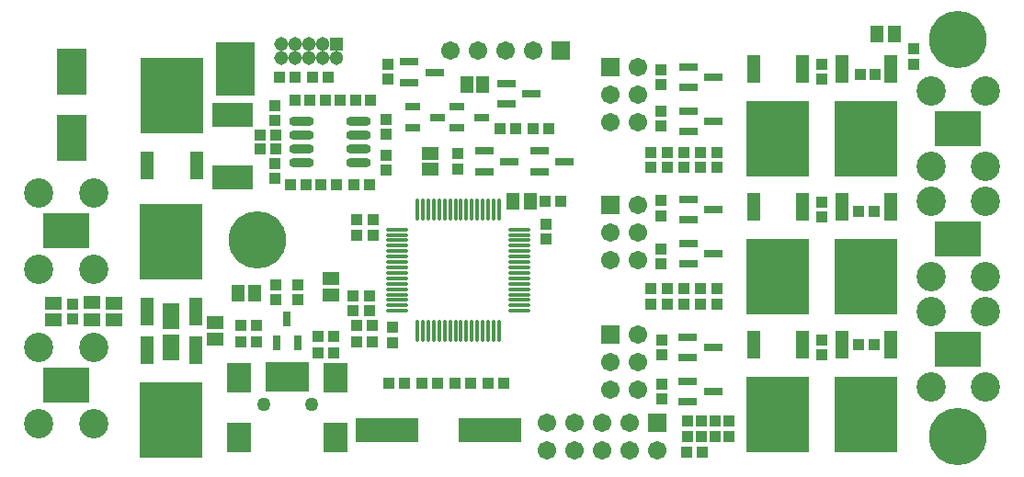
<source format=gts>
%FSLAX24Y24*%
%MOIN*%
G70*
G01*
G75*
G04 Layer_Color=8388736*
%ADD10R,0.0512X0.0394*%
%ADD11R,0.0354X0.0315*%
%ADD12R,0.0315X0.0354*%
%ADD13R,0.0394X0.0512*%
%ADD14O,0.0827X0.0276*%
%ADD15R,0.0790X0.0980*%
%ADD16R,0.0200X0.0940*%
%ADD17R,0.1350X0.1850*%
%ADD18R,0.0532X0.0846*%
%ADD19R,0.0394X0.0945*%
%ADD20R,0.2185X0.2677*%
%ADD21O,0.0827X0.0118*%
%ADD22O,0.0118X0.0827*%
%ADD23R,0.1378X0.0787*%
%ADD24R,0.0571X0.0236*%
%ADD25R,0.1575X0.1181*%
%ADD26R,0.0453X0.0236*%
%ADD27R,0.0236X0.0453*%
%ADD28R,0.0551X0.0433*%
%ADD29R,0.0433X0.0551*%
%ADD30R,0.2200X0.0830*%
%ADD31R,0.0984X0.1575*%
%ADD32C,0.0400*%
%ADD33C,0.0200*%
%ADD34C,0.0500*%
%ADD35C,0.0080*%
%ADD36C,0.0120*%
%ADD37C,0.0800*%
%ADD38C,0.0250*%
%ADD39C,0.0591*%
%ADD40R,0.0591X0.0591*%
%ADD41R,0.0591X0.0591*%
%ADD42C,0.2000*%
%ADD43C,0.0984*%
%ADD44R,0.0394X0.0394*%
%ADD45C,0.0394*%
%ADD46C,0.0320*%
%ADD47C,0.0098*%
%ADD48C,0.0236*%
%ADD49C,0.0079*%
%ADD50C,0.0100*%
%ADD51R,0.0472X0.0354*%
%ADD52R,0.0314X0.0275*%
%ADD53R,0.0275X0.0314*%
%ADD54R,0.0354X0.0472*%
%ADD55O,0.0787X0.0236*%
%ADD56R,0.0750X0.0940*%
%ADD57R,0.0160X0.0900*%
%ADD58R,0.1310X0.1810*%
%ADD59R,0.0492X0.0806*%
%ADD60R,0.0354X0.0905*%
%ADD61R,0.2145X0.2637*%
%ADD62O,0.0787X0.0078*%
%ADD63O,0.0078X0.0787*%
%ADD64R,0.1338X0.0747*%
%ADD65R,0.0531X0.0196*%
%ADD66R,0.1535X0.1141*%
%ADD67R,0.0413X0.0196*%
%ADD68R,0.0196X0.0413*%
%ADD69R,0.0511X0.0393*%
%ADD70R,0.0393X0.0511*%
%ADD71R,0.2160X0.0790*%
%ADD72R,0.0944X0.1535*%
%ADD73R,0.0592X0.0474*%
%ADD74R,0.0434X0.0395*%
%ADD75R,0.0395X0.0434*%
%ADD76R,0.0474X0.0592*%
%ADD77O,0.0907X0.0356*%
%ADD78R,0.0910X0.1100*%
%ADD79R,0.0320X0.1060*%
%ADD80R,0.1430X0.1930*%
%ADD81R,0.0612X0.0926*%
%ADD82R,0.0474X0.1025*%
%ADD83R,0.2265X0.2757*%
%ADD84R,0.1458X0.0867*%
%ADD85R,0.0651X0.0316*%
%ADD86R,0.1655X0.1261*%
%ADD87R,0.0533X0.0316*%
%ADD88R,0.0316X0.0533*%
%ADD89R,0.0631X0.0513*%
%ADD90R,0.0513X0.0631*%
%ADD91R,0.2280X0.0910*%
%ADD92R,0.1064X0.1655*%
%ADD93C,0.0671*%
%ADD94R,0.0671X0.0671*%
%ADD95R,0.0671X0.0671*%
%ADD96C,0.0500*%
%ADD97C,0.2080*%
%ADD98C,0.1064*%
%ADD99R,0.0514X0.0514*%
%ADD100C,0.0514*%
%ADD101C,0.0400*%
D21*
X26815Y39522D02*
D03*
Y39719D02*
D03*
X31225Y40506D02*
D03*
Y40310D02*
D03*
Y40113D02*
D03*
Y39916D02*
D03*
Y39719D02*
D03*
Y39522D02*
D03*
Y39325D02*
D03*
Y39128D02*
D03*
Y38932D02*
D03*
Y38735D02*
D03*
Y38538D02*
D03*
Y38341D02*
D03*
Y38144D02*
D03*
Y37947D02*
D03*
Y37750D02*
D03*
Y37554D02*
D03*
X26815D02*
D03*
Y37750D02*
D03*
Y37947D02*
D03*
Y38144D02*
D03*
Y38341D02*
D03*
Y38538D02*
D03*
Y38735D02*
D03*
Y38932D02*
D03*
Y39128D02*
D03*
Y39325D02*
D03*
Y39916D02*
D03*
Y40113D02*
D03*
Y40310D02*
D03*
Y40506D02*
D03*
D22*
X27544Y41235D02*
D03*
X27741D02*
D03*
X27937D02*
D03*
X28134D02*
D03*
X28331D02*
D03*
X28528D02*
D03*
X28725D02*
D03*
X28922D02*
D03*
X29119D02*
D03*
X29315D02*
D03*
X29512D02*
D03*
X29709D02*
D03*
X29906D02*
D03*
X30103D02*
D03*
X30300D02*
D03*
X30497D02*
D03*
Y36825D02*
D03*
X30300D02*
D03*
X30103D02*
D03*
X29906D02*
D03*
X29709D02*
D03*
X29512D02*
D03*
X29315D02*
D03*
X29119D02*
D03*
X28922D02*
D03*
X28725D02*
D03*
X28528D02*
D03*
X28331D02*
D03*
X28134D02*
D03*
X27937D02*
D03*
X27741D02*
D03*
X27544D02*
D03*
D73*
X15730Y37215D02*
D03*
Y37845D02*
D03*
D74*
X15030Y37254D02*
D03*
Y37806D02*
D03*
X36380Y41556D02*
D03*
Y41004D02*
D03*
Y46306D02*
D03*
Y45754D02*
D03*
X42220Y36506D02*
D03*
Y35954D02*
D03*
Y41506D02*
D03*
Y40954D02*
D03*
Y46506D02*
D03*
Y45954D02*
D03*
X37217Y43306D02*
D03*
Y42754D02*
D03*
X37817Y42754D02*
D03*
Y43306D02*
D03*
X36017D02*
D03*
Y42754D02*
D03*
X36380Y39254D02*
D03*
Y39806D02*
D03*
Y44254D02*
D03*
Y44806D02*
D03*
X26476Y45954D02*
D03*
Y46506D02*
D03*
X26420Y43206D02*
D03*
Y42654D02*
D03*
X29020Y42699D02*
D03*
Y43250D02*
D03*
X22370Y44454D02*
D03*
Y45006D02*
D03*
X45530Y47056D02*
D03*
Y46504D02*
D03*
X22370Y42906D02*
D03*
Y42354D02*
D03*
X23220Y38506D02*
D03*
Y37954D02*
D03*
X26420Y43954D02*
D03*
Y44506D02*
D03*
X22420Y38506D02*
D03*
Y37954D02*
D03*
X32220Y40154D02*
D03*
Y40706D02*
D03*
X26630Y36956D02*
D03*
Y36404D02*
D03*
X25820Y38106D02*
D03*
Y37554D02*
D03*
X25220Y38106D02*
D03*
Y37554D02*
D03*
X25330Y40304D02*
D03*
Y40856D02*
D03*
X25930D02*
D03*
Y40304D02*
D03*
X38830Y33004D02*
D03*
Y33556D02*
D03*
X38417Y37807D02*
D03*
Y38358D02*
D03*
Y42754D02*
D03*
Y43306D02*
D03*
X36617Y42754D02*
D03*
Y43306D02*
D03*
X37217Y38358D02*
D03*
Y37807D02*
D03*
X37330Y33556D02*
D03*
Y33004D02*
D03*
X36414Y34902D02*
D03*
Y34351D02*
D03*
X36017Y38358D02*
D03*
Y37807D02*
D03*
X37817Y38358D02*
D03*
Y37807D02*
D03*
X38330Y33556D02*
D03*
Y33004D02*
D03*
X36617Y37807D02*
D03*
Y38358D02*
D03*
X37830Y33004D02*
D03*
Y33556D02*
D03*
X36414Y35951D02*
D03*
Y36502D02*
D03*
D75*
X32174Y41530D02*
D03*
X32726D02*
D03*
X25846Y45180D02*
D03*
X25295D02*
D03*
X22545Y46030D02*
D03*
X23096D02*
D03*
X28261Y34930D02*
D03*
X27710D02*
D03*
X44096Y36327D02*
D03*
X43545D02*
D03*
X44096Y41177D02*
D03*
X43545D02*
D03*
X44146Y46127D02*
D03*
X43595D02*
D03*
X24195Y45180D02*
D03*
X24746D02*
D03*
X22945Y42130D02*
D03*
X23496D02*
D03*
X23095Y45180D02*
D03*
X23646D02*
D03*
X32296Y44175D02*
D03*
X31745D02*
D03*
X25796Y42130D02*
D03*
X25245D02*
D03*
X24045D02*
D03*
X24596D02*
D03*
X31096Y44175D02*
D03*
X30545D02*
D03*
X24496Y36630D02*
D03*
X23945D02*
D03*
X21845Y43930D02*
D03*
X22396D02*
D03*
Y43430D02*
D03*
X21845D02*
D03*
X25896Y36430D02*
D03*
X25345D02*
D03*
X25896Y37030D02*
D03*
X25345D02*
D03*
X21696Y36430D02*
D03*
X21145D02*
D03*
X30110Y34930D02*
D03*
X30661D02*
D03*
X23745Y46030D02*
D03*
X24296D02*
D03*
X28910Y34930D02*
D03*
X29461D02*
D03*
X27061D02*
D03*
X26510D02*
D03*
X23945Y36030D02*
D03*
X24496D02*
D03*
X21696Y37030D02*
D03*
X21145D02*
D03*
X37856Y32430D02*
D03*
X37304D02*
D03*
D76*
X31625Y41540D02*
D03*
X30995D02*
D03*
X44215Y47580D02*
D03*
X44845D02*
D03*
D77*
X25413Y42930D02*
D03*
Y43430D02*
D03*
Y43930D02*
D03*
Y44430D02*
D03*
X23327Y42930D02*
D03*
Y43430D02*
D03*
Y43930D02*
D03*
Y44430D02*
D03*
D78*
X24580Y35140D02*
D03*
X21080Y32970D02*
D03*
X24580D02*
D03*
X21080Y35140D02*
D03*
D79*
X23450Y35160D02*
D03*
X23140D02*
D03*
X22210D02*
D03*
X22830D02*
D03*
X22520D02*
D03*
D80*
X20930Y46330D02*
D03*
D81*
X18620Y36221D02*
D03*
Y37363D02*
D03*
D82*
X17723Y37537D02*
D03*
X19518D02*
D03*
X41518Y36323D02*
D03*
X39722D02*
D03*
X41518Y41323D02*
D03*
X39722D02*
D03*
X41518Y46323D02*
D03*
X39722D02*
D03*
X44718Y36320D02*
D03*
X42923D02*
D03*
X44718Y41320D02*
D03*
X42923D02*
D03*
X19518Y36123D02*
D03*
X17723D02*
D03*
X17732Y42837D02*
D03*
X19528D02*
D03*
X44718Y46320D02*
D03*
X42923D02*
D03*
D83*
X18620Y40057D02*
D03*
X40620Y33803D02*
D03*
Y38803D02*
D03*
Y43803D02*
D03*
X43820Y33800D02*
D03*
Y38800D02*
D03*
X18620Y33603D02*
D03*
X18630Y45357D02*
D03*
X43820Y43800D02*
D03*
D84*
X20830Y44672D02*
D03*
Y42388D02*
D03*
D85*
X38280Y41227D02*
D03*
X37354Y40853D02*
D03*
Y41601D02*
D03*
X38280Y46030D02*
D03*
X37354Y45656D02*
D03*
Y46404D02*
D03*
X38280Y39627D02*
D03*
X37354Y39253D02*
D03*
Y40001D02*
D03*
X38280Y44430D02*
D03*
X37354Y44056D02*
D03*
Y44804D02*
D03*
X28158Y46210D02*
D03*
X27233Y45836D02*
D03*
Y46584D02*
D03*
X32883Y42975D02*
D03*
X31958Y42601D02*
D03*
Y43349D02*
D03*
X30883Y42975D02*
D03*
X29958Y42601D02*
D03*
Y43349D02*
D03*
X30758Y45804D02*
D03*
Y45056D02*
D03*
X31683Y45430D02*
D03*
X37351Y35001D02*
D03*
Y34253D02*
D03*
X38276Y34627D02*
D03*
X37351Y36601D02*
D03*
Y35853D02*
D03*
X38276Y36227D02*
D03*
D86*
X47146Y36158D02*
D03*
Y40158D02*
D03*
Y44158D02*
D03*
X14804Y40452D02*
D03*
Y34852D02*
D03*
D87*
X28263Y44575D02*
D03*
X27377Y44201D02*
D03*
Y44949D02*
D03*
X29863Y44575D02*
D03*
X28977Y44201D02*
D03*
Y44949D02*
D03*
D88*
X22820Y37273D02*
D03*
X23194Y36387D02*
D03*
X22446D02*
D03*
D89*
X24420Y38725D02*
D03*
Y38135D02*
D03*
X20220Y36535D02*
D03*
Y37125D02*
D03*
X16530Y37235D02*
D03*
Y37825D02*
D03*
X14330D02*
D03*
Y37235D02*
D03*
X28020Y43270D02*
D03*
Y42680D02*
D03*
D90*
X29325Y45775D02*
D03*
X29915D02*
D03*
X21035Y38180D02*
D03*
X21625D02*
D03*
D91*
X30170Y33230D02*
D03*
X26430D02*
D03*
D92*
X15020Y43830D02*
D03*
Y46232D02*
D03*
D93*
X35530Y44380D02*
D03*
X34530D02*
D03*
X35530Y45380D02*
D03*
X34530D02*
D03*
X35530Y46380D02*
D03*
Y39380D02*
D03*
X34530D02*
D03*
X35530Y40380D02*
D03*
X34530D02*
D03*
X35530Y41380D02*
D03*
X36230Y32480D02*
D03*
X35230Y33480D02*
D03*
Y32480D02*
D03*
X34230Y33480D02*
D03*
Y32480D02*
D03*
X33230Y33480D02*
D03*
Y32480D02*
D03*
X32230Y33480D02*
D03*
Y32480D02*
D03*
X35530Y34680D02*
D03*
X34530D02*
D03*
X35530Y35680D02*
D03*
X34530D02*
D03*
X35530Y36680D02*
D03*
X31730Y46980D02*
D03*
X30730D02*
D03*
X29730D02*
D03*
X28730D02*
D03*
D94*
X34530Y46380D02*
D03*
Y41380D02*
D03*
Y36680D02*
D03*
D95*
X36230Y33480D02*
D03*
X32730Y46980D02*
D03*
D96*
X23690Y34150D02*
D03*
X21970D02*
D03*
D97*
X47130Y47380D02*
D03*
X21730Y40130D02*
D03*
X47130Y32980D02*
D03*
D98*
X46161Y37536D02*
D03*
Y34780D02*
D03*
X48130Y37536D02*
D03*
Y34780D02*
D03*
X46161Y41536D02*
D03*
Y38780D02*
D03*
X48130Y41536D02*
D03*
Y38780D02*
D03*
X46161Y45536D02*
D03*
Y42780D02*
D03*
X48130Y45536D02*
D03*
Y42780D02*
D03*
X15789Y39074D02*
D03*
Y41830D02*
D03*
X13820Y39074D02*
D03*
Y41830D02*
D03*
X15789Y33474D02*
D03*
Y36230D02*
D03*
X13820Y33474D02*
D03*
Y36230D02*
D03*
D99*
X24620Y47230D02*
D03*
D100*
Y46730D02*
D03*
X24120Y47230D02*
D03*
Y46730D02*
D03*
X23620Y47230D02*
D03*
Y46730D02*
D03*
X23120Y47230D02*
D03*
Y46730D02*
D03*
X22620Y47230D02*
D03*
Y46730D02*
D03*
D101*
X19130Y40780D02*
D03*
X18630D02*
D03*
X18130D02*
D03*
X18630Y40280D02*
D03*
X18142D02*
D03*
X19130D02*
D03*
X18130Y39780D02*
D03*
X18630D02*
D03*
X19130D02*
D03*
M02*

</source>
